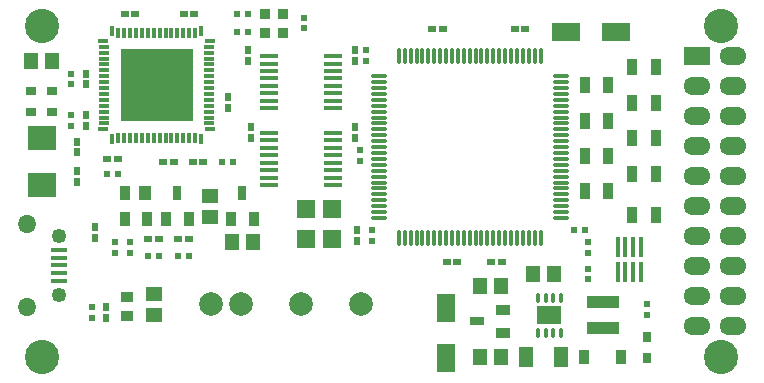
<source format=gts>
G04 #@! TF.FileFunction,Soldermask,Top*
%FSLAX46Y46*%
G04 Gerber Fmt 4.6, Leading zero omitted, Abs format (unit mm)*
G04 Created by KiCad (PCBNEW (after 2015-mar-04 BZR unknown)-product) date Tue 07 Apr 2015 10:15:23 PM EDT*
%MOMM*%
G01*
G04 APERTURE LIST*
%ADD10C,0.100000*%
%ADD11O,1.500000X0.300000*%
%ADD12O,0.300000X1.500000*%
%ADD13O,0.300000X0.850000*%
%ADD14R,2.100000X1.600000*%
%ADD15R,0.900000X0.950000*%
%ADD16R,2.286000X1.524000*%
%ADD17O,2.286000X1.524000*%
%ADD18C,2.900000*%
%ADD19R,2.400000X2.000000*%
%ADD20C,2.000000*%
%ADD21R,0.300000X0.900000*%
%ADD22R,0.900000X0.300000*%
%ADD23R,6.150000X6.150000*%
%ADD24R,0.899160X0.800100*%
%ADD25R,1.100000X1.300000*%
%ADD26R,0.900000X1.300000*%
%ADD27R,1.000000X0.950000*%
%ADD28R,1.350000X0.400000*%
%ADD29O,1.550000X1.550000*%
%ADD30O,1.250000X1.250000*%
%ADD31R,0.800000X1.300000*%
%ADD32R,1.300000X0.900000*%
%ADD33R,1.300000X0.800000*%
%ADD34R,1.600000X1.500000*%
%ADD35R,1.200000X1.800000*%
%ADD36R,0.900000X1.200000*%
%ADD37R,2.700000X1.000000*%
%ADD38R,0.457000X1.727000*%
%ADD39R,0.950000X1.450000*%
%ADD40R,0.600000X0.600000*%
%ADD41R,0.650000X0.600000*%
%ADD42R,0.600000X0.650000*%
%ADD43R,1.450000X1.150000*%
%ADD44R,1.150000X1.450000*%
%ADD45O,1.550000X0.400000*%
%ADD46R,1.550000X2.400000*%
%ADD47R,2.400000X1.550000*%
%ADD48R,0.800100X0.899160*%
G04 APERTURE END LIST*
D10*
D11*
X131050000Y-94250000D03*
X131050000Y-94750000D03*
X131050000Y-95250000D03*
X131050000Y-95750000D03*
X131050000Y-96250000D03*
X131050000Y-96750000D03*
X131050000Y-97250000D03*
X131050000Y-97750000D03*
X131050000Y-98250000D03*
X131050000Y-98750000D03*
X131050000Y-99250000D03*
X131050000Y-99750000D03*
X131050000Y-100250000D03*
X131050000Y-100750000D03*
X131050000Y-101250000D03*
X131050000Y-101750000D03*
X131050000Y-102250000D03*
X131050000Y-102750000D03*
X131050000Y-103250000D03*
X131050000Y-103750000D03*
X131050000Y-104250000D03*
X131050000Y-104750000D03*
X131050000Y-105250000D03*
X131050000Y-105750000D03*
X131050000Y-106250000D03*
D12*
X132750000Y-107950000D03*
X133250000Y-107950000D03*
X133750000Y-107950000D03*
X134250000Y-107950000D03*
X134750000Y-107950000D03*
X135250000Y-107950000D03*
X135750000Y-107950000D03*
X136250000Y-107950000D03*
X136750000Y-107950000D03*
X137250000Y-107950000D03*
X137750000Y-107950000D03*
X138250000Y-107950000D03*
X138750000Y-107950000D03*
X139250000Y-107950000D03*
X139750000Y-107950000D03*
X140250000Y-107950000D03*
X140750000Y-107950000D03*
X141250000Y-107950000D03*
X141750000Y-107950000D03*
X142250000Y-107950000D03*
X142750000Y-107950000D03*
X143250000Y-107950000D03*
X143750000Y-107950000D03*
X144250000Y-107950000D03*
X144750000Y-107950000D03*
D11*
X146450000Y-106250000D03*
X146450000Y-105750000D03*
X146450000Y-105250000D03*
X146450000Y-104750000D03*
X146450000Y-104250000D03*
X146450000Y-103750000D03*
X146450000Y-103250000D03*
X146450000Y-102750000D03*
X146450000Y-102250000D03*
X146450000Y-101750000D03*
X146450000Y-101250000D03*
X146450000Y-100750000D03*
X146450000Y-100250000D03*
X146450000Y-99750000D03*
X146450000Y-99250000D03*
X146450000Y-98750000D03*
X146450000Y-98250000D03*
X146450000Y-97750000D03*
X146450000Y-97250000D03*
X146450000Y-96750000D03*
X146450000Y-96250000D03*
X146450000Y-95750000D03*
X146450000Y-95250000D03*
X146450000Y-94750000D03*
X146450000Y-94250000D03*
D12*
X144750000Y-92550000D03*
X144250000Y-92550000D03*
X143750000Y-92550000D03*
X143250000Y-92550000D03*
X142750000Y-92550000D03*
X142250000Y-92550000D03*
X141750000Y-92550000D03*
X141250000Y-92550000D03*
X140750000Y-92550000D03*
X140250000Y-92550000D03*
X139750000Y-92550000D03*
X139250000Y-92550000D03*
X138750000Y-92550000D03*
X138250000Y-92550000D03*
X137750000Y-92550000D03*
X137250000Y-92550000D03*
X136750000Y-92550000D03*
X136250000Y-92550000D03*
X135750000Y-92550000D03*
X135250000Y-92550000D03*
X134750000Y-92550000D03*
X134250000Y-92550000D03*
X133750000Y-92550000D03*
X133250000Y-92550000D03*
X132750000Y-92550000D03*
D13*
X146475000Y-113050000D03*
X145825000Y-113050000D03*
X145175000Y-113050000D03*
X144525000Y-113050000D03*
X144525000Y-115950000D03*
X145175000Y-115950000D03*
X145825000Y-115950000D03*
X146475000Y-115950000D03*
D14*
X145500000Y-114500000D03*
D15*
X122950000Y-89000000D03*
X121450000Y-89000000D03*
D16*
X157976000Y-92570000D03*
D17*
X157976000Y-95110000D03*
X157976000Y-97650000D03*
X157976000Y-100190000D03*
X157976000Y-102730000D03*
X157976000Y-105270000D03*
X157976000Y-107810000D03*
X157976000Y-110350000D03*
X157976000Y-112890000D03*
X157976000Y-115430000D03*
X161024000Y-92570000D03*
X161024000Y-95110000D03*
X161024000Y-97650000D03*
X161024000Y-100190000D03*
X161024000Y-102730000D03*
X161024000Y-105270000D03*
X161024000Y-107810000D03*
X161024000Y-110350000D03*
X161024000Y-112890000D03*
X161024000Y-115430000D03*
D18*
X160000000Y-118000000D03*
X160000000Y-90000000D03*
X102500000Y-118000000D03*
D19*
X102500000Y-99500000D03*
X102500000Y-103500000D03*
D18*
X102500000Y-90000000D03*
D20*
X116880000Y-113500000D03*
X119420000Y-113500000D03*
X124500000Y-113500000D03*
X129580000Y-113500000D03*
D21*
X108500000Y-99540000D03*
X109000000Y-99450000D03*
X109500000Y-99450000D03*
X110000000Y-99450000D03*
X110500000Y-99450000D03*
X111000000Y-99450000D03*
X111500000Y-99450000D03*
X112000000Y-99450000D03*
X112500000Y-99450000D03*
X113000000Y-99450000D03*
X113500000Y-99450000D03*
X114000000Y-99450000D03*
X114500000Y-99450000D03*
X115000000Y-99450000D03*
X115500000Y-99450000D03*
X116000000Y-99540000D03*
D22*
X116790000Y-98750000D03*
X116700000Y-98250000D03*
X116700000Y-97750000D03*
X116700000Y-97250000D03*
X116700000Y-96750000D03*
X116700000Y-96250000D03*
X116700000Y-95750000D03*
X116700000Y-95250000D03*
X116700000Y-94750000D03*
X116700000Y-94250000D03*
X116700000Y-93750000D03*
X116700000Y-93250000D03*
X116700000Y-92750000D03*
X116700000Y-92250000D03*
X116700000Y-91750000D03*
X116790000Y-91250000D03*
D21*
X116000000Y-90460000D03*
X115500000Y-90550000D03*
X115000000Y-90550000D03*
X114500000Y-90550000D03*
X114000000Y-90550000D03*
X113500000Y-90550000D03*
X113000000Y-90550000D03*
X112500000Y-90550000D03*
X112000000Y-90550000D03*
X111500000Y-90550000D03*
X111000000Y-90550000D03*
X110500000Y-90550000D03*
X110000000Y-90550000D03*
X109500000Y-90550000D03*
X109000000Y-90550000D03*
X108500000Y-90460000D03*
D22*
X107710000Y-91250000D03*
X107800000Y-91750000D03*
X107800000Y-92250000D03*
X107800000Y-92750000D03*
X107800000Y-93250000D03*
X107800000Y-93750000D03*
X107800000Y-94250000D03*
X107800000Y-94750000D03*
X107800000Y-95250000D03*
X107800000Y-95750000D03*
X107800000Y-96250000D03*
X107800000Y-96750000D03*
X107800000Y-97250000D03*
X107800000Y-97750000D03*
X107800000Y-98250000D03*
X107710000Y-98750000D03*
D23*
X112250000Y-95000000D03*
D24*
X101600840Y-95500000D03*
X103399160Y-95500000D03*
X101600840Y-97250000D03*
X103399160Y-97250000D03*
D25*
X111250000Y-104150000D03*
D26*
X109550000Y-104150000D03*
X109550000Y-106350000D03*
X111450000Y-106350000D03*
D27*
X109750000Y-114550000D03*
X109750000Y-112950000D03*
D28*
X104000000Y-108950000D03*
X104000000Y-109600000D03*
X104000000Y-110250000D03*
X104000000Y-110900000D03*
X104000000Y-111550000D03*
D29*
X101300000Y-106750000D03*
X101300000Y-113750000D03*
D30*
X104000000Y-107750000D03*
X104000000Y-112750000D03*
D26*
X113050000Y-106350000D03*
X114950000Y-106350000D03*
D31*
X114000000Y-104150000D03*
D26*
X118550000Y-106350000D03*
X120450000Y-106350000D03*
D31*
X119500000Y-104150000D03*
D32*
X141600000Y-115950000D03*
X141600000Y-114050000D03*
D33*
X139400000Y-115000000D03*
D34*
X127100000Y-108020000D03*
X127100000Y-105480000D03*
X124900000Y-105480000D03*
X124900000Y-108020000D03*
D35*
X146450000Y-118000000D03*
X143550000Y-118000000D03*
D36*
X148400000Y-118000000D03*
X151600000Y-118000000D03*
D37*
X150000000Y-115600000D03*
X150000000Y-113400000D03*
D38*
X153225000Y-108696000D03*
X152575000Y-108696000D03*
X151925000Y-108696000D03*
X151275000Y-108696000D03*
X151275000Y-110804000D03*
X151925000Y-110804000D03*
X152575000Y-110804000D03*
X153225000Y-110804000D03*
D39*
X154500000Y-93500000D03*
X152500000Y-93500000D03*
X150500000Y-95000000D03*
X148500000Y-95000000D03*
X154500000Y-96500000D03*
X152500000Y-96500000D03*
X150500000Y-98000000D03*
X148500000Y-98000000D03*
X154500000Y-99500000D03*
X152500000Y-99500000D03*
X150500000Y-101000000D03*
X148500000Y-101000000D03*
X154500000Y-102500000D03*
X152500000Y-102500000D03*
X150500000Y-104000000D03*
X148500000Y-104000000D03*
X154500000Y-106000000D03*
X152500000Y-106000000D03*
D40*
X105000000Y-94050000D03*
X105000000Y-94950000D03*
X105000000Y-98450000D03*
X105000000Y-97550000D03*
D41*
X110450000Y-89000000D03*
X109550000Y-89000000D03*
X114550000Y-89000000D03*
X115450000Y-89000000D03*
D42*
X106250000Y-94050000D03*
X106250000Y-94950000D03*
X118250000Y-96950000D03*
X118250000Y-96050000D03*
X106250000Y-98450000D03*
X106250000Y-97550000D03*
D41*
X115300000Y-101500000D03*
X116200000Y-101500000D03*
D15*
X122950000Y-90600000D03*
X121450000Y-90600000D03*
D40*
X124750000Y-90200000D03*
X124750000Y-89300000D03*
X119950000Y-89000000D03*
X119050000Y-89000000D03*
X119950000Y-90500000D03*
X119050000Y-90500000D03*
D42*
X120000000Y-92050000D03*
X120000000Y-92950000D03*
X129000000Y-92050000D03*
X129000000Y-92950000D03*
X105500000Y-99800000D03*
X105500000Y-100700000D03*
X105500000Y-103200000D03*
X105500000Y-102300000D03*
D41*
X108950000Y-101250000D03*
X108050000Y-101250000D03*
D40*
X108950000Y-102500000D03*
X108050000Y-102500000D03*
D41*
X112800000Y-101500000D03*
X113700000Y-101500000D03*
D40*
X117800000Y-101500000D03*
X118700000Y-101500000D03*
D42*
X108000000Y-114700000D03*
X108000000Y-113800000D03*
X107000000Y-107950000D03*
X107000000Y-107050000D03*
D40*
X108750000Y-108300000D03*
X108750000Y-109200000D03*
X110000000Y-108300000D03*
X110000000Y-109200000D03*
X106750000Y-114700000D03*
X106750000Y-113800000D03*
D43*
X116750000Y-104350000D03*
X116750000Y-106150000D03*
D44*
X120400000Y-108250000D03*
X118600000Y-108250000D03*
X103400000Y-93000000D03*
X101600000Y-93000000D03*
D41*
X111550000Y-108000000D03*
X112450000Y-108000000D03*
D40*
X111550000Y-109500000D03*
X112450000Y-109500000D03*
D41*
X114950000Y-108000000D03*
X114050000Y-108000000D03*
D40*
X114050000Y-109500000D03*
X114950000Y-109500000D03*
D45*
X121800000Y-92545000D03*
X121800000Y-93175000D03*
X121800000Y-93805000D03*
X121800000Y-94435000D03*
X121800000Y-95065000D03*
X121800000Y-95695000D03*
X121800000Y-96325000D03*
X121800000Y-96955000D03*
X127200000Y-96955000D03*
X127200000Y-96325000D03*
X127200000Y-95695000D03*
X127200000Y-95065000D03*
X127200000Y-94435000D03*
X127200000Y-93805000D03*
X127200000Y-93175000D03*
X127200000Y-92545000D03*
X121800000Y-99045000D03*
X121800000Y-99675000D03*
X121800000Y-100305000D03*
X121800000Y-100935000D03*
X121800000Y-101565000D03*
X121800000Y-102195000D03*
X121800000Y-102825000D03*
X121800000Y-103455000D03*
X127200000Y-103455000D03*
X127200000Y-102825000D03*
X127200000Y-102195000D03*
X127200000Y-101565000D03*
X127200000Y-100935000D03*
X127200000Y-100305000D03*
X127200000Y-99675000D03*
X127200000Y-99045000D03*
D42*
X129250000Y-108200000D03*
X129250000Y-107300000D03*
D41*
X135550000Y-90250000D03*
X136450000Y-90250000D03*
X142550000Y-90250000D03*
X143450000Y-90250000D03*
X141450000Y-110000000D03*
X140550000Y-110000000D03*
X136800000Y-110000000D03*
X137700000Y-110000000D03*
D42*
X120250000Y-98550000D03*
X120250000Y-99450000D03*
X129000000Y-98550000D03*
X129000000Y-99450000D03*
D44*
X139600000Y-118000000D03*
X141400000Y-118000000D03*
X141400000Y-112000000D03*
X139600000Y-112000000D03*
D40*
X148750000Y-111450000D03*
X148750000Y-110550000D03*
X148750000Y-109200000D03*
X148750000Y-108300000D03*
D44*
X145900000Y-111000000D03*
X144100000Y-111000000D03*
D43*
X112000000Y-112700000D03*
X112000000Y-114500000D03*
D40*
X130500000Y-108200000D03*
X130500000Y-107300000D03*
X130000000Y-92050000D03*
X130000000Y-92950000D03*
X129500000Y-100500000D03*
X129500000Y-101400000D03*
X147600000Y-107250000D03*
X148500000Y-107250000D03*
D46*
X136750000Y-113900000D03*
X136750000Y-118100000D03*
D47*
X146900000Y-90500000D03*
X151100000Y-90500000D03*
D48*
X153750000Y-118149160D03*
X153750000Y-116350840D03*
D40*
X153750000Y-113550000D03*
X153750000Y-114450000D03*
M02*

</source>
